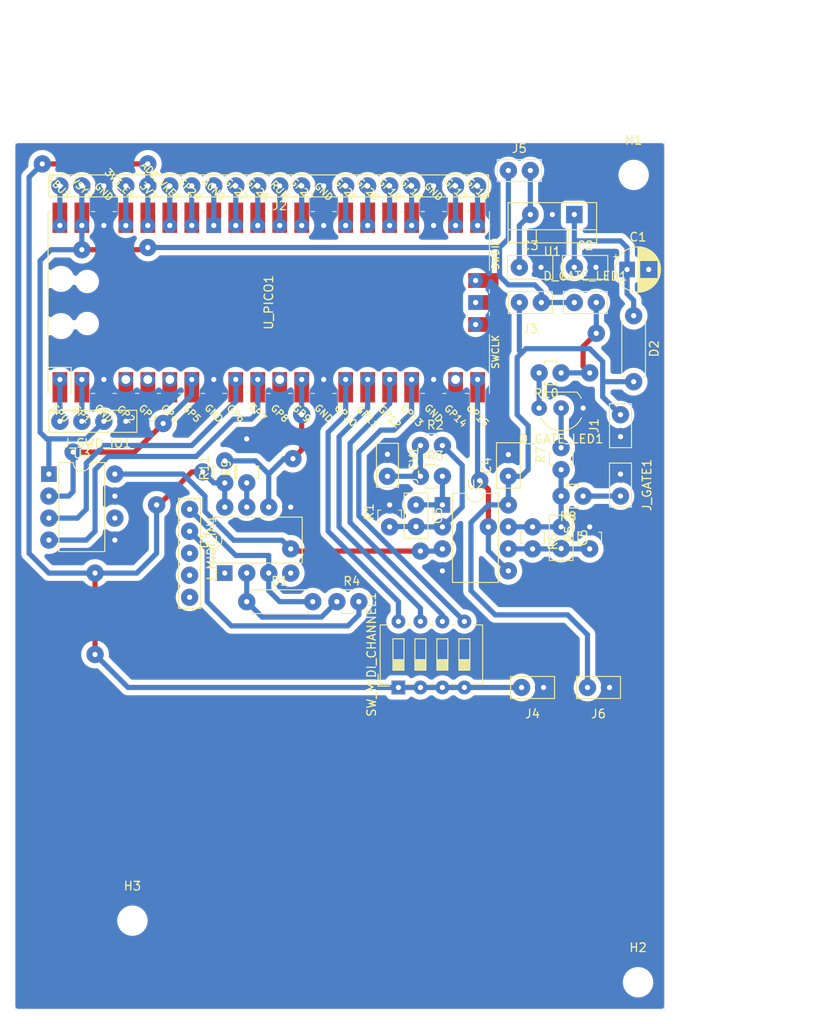
<source format=kicad_pcb>
(kicad_pcb (version 20221018) (generator pcbnew)
  (layers (0 "F.Cu" signal) (31 "B.Cu" signal) (34 "B.Paste" user) (35 "F.Paste" user) (36 "B.SilkS" user "B.Silkscreen") (37 "F.SilkS" user "F.Silkscreen") (38 "B.Mask" user) (39 "F.Mask" user) (44 "Edge.Cuts" user))
  (net 0 "")
  (net 1 "+12V")
  (net 2 "SWD_VSYS")
  (net 3 "Net-(C5-Pad2)")
  (net 4 "Net-(C5-Pad1)")
  (net 5 "Net-(C6-Pad1)")
  (net 6 "Net-(C6-Pad2)")
  (net 7 "Net-(D1-Pad2)")
  (net 8 "Net-(D1-Pad1)")
  (net 9 "Net-(D_GATE_LED1-Pad1)")
  (net 10 "Net-(J_MIDI_IN1-Pad1)")
  (net 11 "Net-(J_MIDI_IN1-Pad2)")
  (net 12 "Net-(J_MIDI_IN1-Pad3)")
  (net 13 "Net-(J_MIDI_IN1-Pad4)")
  (net 14 "UART_TX")
  (net 15 "UART_RX")
  (net 16 "Net-(Q_GATE_LED1-Pad2)")
  (net 17 "Net-(Q_GATE_LED1-Pad3)")
  (net 18 "Net-(R9-Pad1)")
  (net 19 "MIDI_IN")
  (net 20 "DAC_A")
  (net 21 "GATE_OUT")
  (net 22 "DAC_SDI")
  (net 23 "DAC_SCK")
  (net 24 "DAC_B")
  (net 25 "DAC_CS")
  (net 26 "Net-(U4-Pad1)")
  (net 27 "Net-(U4-Pad4)")
  (net 28 "Net-(U_PICO1-Pad4)")
  (net 29 "Net-(U_PICO1-Pad5)")
  (net 30 "Net-(U_PICO1-Pad6)")
  (net 31 "Net-(U_PICO1-Pad11)")
  (net 32 "Net-(U_PICO1-Pad19)")
  (net 33 "Net-(U_PICO1-Pad41)")
  (net 34 "Net-(U_PICO1-Pad42)")
  (net 35 "Net-(U_PICO1-Pad43)")
  (net 36 "Net-(J_CV1-Pad1)")
  (net 37 "Net-(J_GATE1-Pad1)")
  (net 38 "Net-(C1-Pad1)")
  (net 39 "MIDI_CH_3")
  (net 40 "MIDI_CH_2")
  (net 41 "MIDI_CH_1")
  (net 42 "MIDI_CH_0")
  (net 43 "PB_LO")
  (net 44 "Net-(J2-Pad1)")
  (net 45 "Net-(J2-Pad4)")
  (net 46 "PB_HI")
  (net 47 "Net-(J2-Pad6)")
  (net 48 "Net-(J2-Pad7)")
  (net 49 "Net-(J2-Pad8)")
  (net 50 "Net-(J2-Pad9)")
  (net 51 "PB_VAL")
  (net 52 "Net-(J2-Pad17)")
  (net 53 "Net-(J2-Pad16)")
  (net 54 "Net-(J2-Pad15)")
  (net 55 "Net-(J2-Pad14)")
  (net 56 "Net-(J2-Pad12)")
  (net 57 "Net-(J2-Pad11)")
  (net 58 "Net-(J2-Pad20)")
  (net 59 "Net-(J2-Pad19)")
  (net 60 "Net-(C3-Pad1)")
  (footprint "Zimo_Manual_PCB:DIP-8_W7.62mm" (layer "F.Cu") (at 103.886 78.232)
    (fp_text reference "U3")
    (fp_text value "MCP4822")
  )
  (footprint "Zimo_Manual_PCB:R_Axial_Vertical" (layer "F.Cu") (at 124.206 79.248 90)
    (fp_text reference "R11")
    (fp_text value "220")
  )
  (footprint "Zimo_Manual_PCB:DIP-8_W7.62mm" (layer "F.Cu") (at 124.206 89.662 90)
    (fp_text reference "U4")
    (fp_text value "6N138")
  )
  (footprint "Zimo_Manual_PCB:R_Axial_Vertical" (layer "F.Cu") (at 126.746 79.248 90)
    (fp_text reference "R9")
    (fp_text value "4.7k")
  )
  (footprint "Zimo_Manual_PCB:R_Axial_Vertical" (layer "F.Cu") (at 165.608 80.772 180)
    (fp_text reference "R8")
    (fp_text value "1k")
  )
  (footprint "Zimo_Manual_PCB:R_Axial_Vertical" (layer "F.Cu") (at 159.766 84.328 -90)
    (fp_text reference "R6")
    (fp_text value "51k")
  )
  (footprint "Zimo_Manual_PCB:R_Axial_Vertical" (layer "F.Cu") (at 166.37 86.868 90)
    (fp_text reference "R5")
    (fp_text value "100k")
  )
  (footprint "Zimo_Manual_PCB:R_Axial_Vertical" (layer "F.Cu") (at 137.16 92.964)
    (fp_text reference "R4")
    (fp_text value "220")
  )
  (footprint "MCU_RaspberryPi_and_Boards:RPi_Pico_SMD_TH" (layer "F.Cu") (at 129.286 58.42 90)
    (fp_text reference "U_PICO1")
    (fp_text value "Pico")
  )
  (footprint "Zimo_Manual_PCB:R_Axial_Vertical" (layer "F.Cu") (at 143.256 84.328 90)
    (fp_text reference "R1")
    (fp_text value "47k")
  )
  (footprint "Zimo_Manual_PCB:R_Axial_Vertical" (layer "F.Cu") (at 146.812 78.486)
    (fp_text reference "R3")
    (fp_text value "1k")
  )
  (footprint "Zimo_Manual_PCB:PinOut_01x04" (layer "F.Cu") (at 102.616 72.136)
    (fp_text reference "J_SWD_IO1")
    (fp_text value "UART Programming")
  )
  (footprint "Zimo_Manual_PCB:PinOut_01x05" (layer "F.Cu") (at 120.142 94.996 90)
    (fp_text reference "J_MIDI_IN1")
    (fp_text value "MIDI In")
  )
  (footprint "Zimo_Manual_PCB:NSL25_01x02_Vertical" (layer "F.Cu") (at 169.926 71.374 -90)
    (fp_text reference "J1")
    (fp_text value "Jack-DC (12-32V)")
  )
  (footprint "Zimo_Manual_PCB:D_Axial" (layer "F.Cu") (at 126.746 92.964)
    (fp_text reference "D1")
    (fp_text value "1N4148")
  )
  (footprint "Zimo_Manual_PCB:C_Disc_D5.0mm_W2.5mm_P2.50mm" (layer "F.Cu") (at 163.068 84.328 -90)
    (fp_text reference "C6")
    (fp_text value "22p")
  )
  (footprint "Zimo_Manual_PCB:C_Disc_D5.0mm_W2.5mm_P2.50mm" (layer "F.Cu") (at 146.304 81.788 -90)
    (fp_text reference "C5")
    (fp_text value "22p")
  )
  (footprint "Zimo_Manual_PCB:C_Disc_D5.0mm_W2.5mm_P2.50mm" (layer "F.Cu") (at 156.972 78.486 90)
    (fp_text reference "C4")
    (fp_text value "100n")
  )
  (footprint "Zimo_Manual_PCB:C_Disc_D5.0mm_W2.5mm_P2.50mm" (layer "F.Cu") (at 158.242 54.356)
    (fp_text reference "C3")
    (fp_text value "100n")
  )
  (footprint "Zimo_Manual_PCB:C_Disc_D5.0mm_W2.5mm_P2.50mm" (layer "F.Cu") (at 164.592 54.356)
    (fp_text reference "C2")
    (fp_text value "330n")
  )
  (footprint "Zimo_Manual_PCB:NSL25_01x02_Vertical" (layer "F.Cu") (at 143.002 78.486 90)
    (fp_text reference "J_CV1")
    (fp_text value "CV Out")
  )
  (footprint "Zimo_Manual_PCB:NSL25_01x02_Vertical" (layer "F.Cu") (at 169.926 80.772 90)
    (fp_text reference "J_GATE1")
    (fp_text value "Gate Out")
  )
  (footprint "Zimo_Manual_PCB:DIP-8_W7.62mm" (layer "F.Cu") (at 149.352 81.788)
    (fp_text reference "U2")
    (fp_text value "LM358")
  )
  (footprint "Package_TO_SOT_THT:TO-220-3_Vertical" (layer "F.Cu") (at 164.592 48.26 180)
    (fp_text reference "U1")
    (fp_text value "LM7805_TO220")
  )
  (footprint "Zimo_Manual_PCB:R_Axial_Vertical" (layer "F.Cu") (at 163.068 66.548 180)
    (fp_text reference "R10")
    (fp_text value "470")
  )
  (footprint "Zimo_Manual_PCB:R_Axial_Vertical" (layer "F.Cu") (at 163.068 77.724 90)
    (fp_text reference "R7")
    (fp_text value "10k")
  )
  (footprint "Zimo_Manual_PCB:NSL25_01x02_Vertical" (layer "F.Cu") (at 167.132 58.42 180)
    (fp_text reference "D_GATE_LED1")
    (fp_text value "LED")
  )
  (footprint "Zimo_Manual_PCB:TO-92_Inline_Wide" (layer "F.Cu") (at 165.608 70.612 180)
    (fp_text reference "Q_GATE_LED1")
    (fp_text value "2N3904")
  )
  (footprint "MountingHole:MountingHole_3mm" (layer "F.Cu") (at 171.45 43.688)
    (fp_text reference "H1")
    (fp_text value "MountingHole")
  )
  (footprint "MountingHole:MountingHole_3mm" (layer "F.Cu") (at 171.958 136.906)
    (fp_text reference "H2")
    (fp_text value "MountingHole")
  )
  (footprint "MountingHole:MountingHole_3mm" (layer "F.Cu") (at 113.538 129.794)
    (fp_text reference "H3")
    (fp_text value "MountingHole")
  )
  (footprint "Zimo_Manual_PCB:D_Axial" (layer "F.Cu") (at 171.45 59.944 -90)
    (fp_text reference "D2")
    (fp_text value "1N4001")
  )
  (footprint "Zimo_Manual_PCB:R_Axial_Vertical" (layer "F.Cu") (at 146.812 74.93)
    (fp_text reference "R2")
    (fp_text value "68k")
  )
  (footprint "Zimo_Manual_PCB:CP_Radial_D5.0mm_P2.50mm" (layer "F.Cu") (at 170.688 54.61)
    (fp_text reference "C1")
    (fp_text value "10u")
  )
  (footprint "Button_Switch_THT:SW_DIP_SPSTx04_Slide_6.7x11.72mm_W7.62mm_P2.54mm_LowProfile" (layer "F.Cu") (at 144.272 102.87 90)
    (fp_text reference "SW_MIDI_CHANNEL1")
    (fp_text value "SW_DIP_x04")
  )
  (footprint "Zimo_Manual_PCB:PinOut_01x20" (layer "F.Cu") (at 105.156 44.958)
    (fp_text reference "J2")
    (fp_text value "Conn_01x20_Male")
  )
  (footprint "Zimo_Manual_PCB:NSL25_01x02_Vertical" (layer "F.Cu") (at 158.242 58.42)
    (fp_text reference "J3")
    (fp_text value "Power 1")
  )
  (footprint "Zimo_Manual_PCB:NSL25_01x02_Vertical" (layer "F.Cu") (at 158.496 102.87)
    (fp_text reference "J4")
    (fp_text value "Power 2")
  )
  (footprint "Zimo_Manual_PCB:PinOut_01x02" (layer "F.Cu") (at 159.512 43.18 180)
    (fp_text reference "J5")
    (fp_text value "Power to MCU")
  )
  (footprint "Zimo_Manual_PCB:NSL25_01x02_Vertical" (layer "F.Cu") (at 166.116 102.87)
    (fp_text reference "J6")
    (fp_text value "MIDI Keyboard Power")
  )
  (gr_line (start 100 140) (end 100 40) (stroke (width 0.05)) (layer "Edge.Cuts"))
  (gr_line (start 100 40) (end 175 40) (stroke (width 0.05)) (layer "Edge.Cuts"))
  (gr_line (start 175 140) (end 100 140) (stroke (width 0.05)) (layer "Edge.Cuts"))
  (gr_line (start 175 40) (end 175 140) (stroke (width 0.05)) (layer "Edge.Cuts"))
  (segment (start 155.448 94.488) (end 163.83 94.488) (width 0.6) (layer "B.Cu") (net 1))
  (segment (start 156.972 78.486) (end 158.496 78.486) (width 0.6) (layer "B.Cu") (net 1))
  (segment (start 158.242 64.008) (end 158.496 64.262) (width 0.6) (layer "B.Cu") (net 1))
  (segment (start 166.37 63.754) (end 167.870001 65.254001) (width 0.6) (layer "B.Cu") (net 1))
  (segment (start 158.242 58.42) (end 158.242 64.008) (width 0.6) (layer "B.Cu") (net 1))
  (segment (start 167.870001 67.587999) (end 167.870001 69.318001) (width 0.6) (layer "B.Cu") (net 1))
  (segment (start 159.004 63.754) (end 166.37 63.754) (width 0.6) (layer "B.Cu") (net 1))
  (segment (start 167.894 67.564) (end 167.870001 67.587999) (width 0.6) (layer "B.Cu") (net 1))
  (segment (start 166.116 96.774) (end 166.116 102.87) (width 0.6) (layer "B.Cu") (net 1))
  (segment (start 156.972 81.788) (end 156.972 78.486) (width 0.6) (layer "B.Cu") (net 1))
  (segment (start 159.258 72.644) (end 157.988 71.374) (width 0.6) (layer "B.Cu") (net 1))
  (segment (start 159.258 77.724) (end 159.258 72.644) (width 0.6) (layer "B.Cu") (net 1))
  (segment (start 154.686 81.788) (end 152.654 83.82) (width 0.6) (layer "B.Cu") (net 1))
  (segment (start 157.988 64.77) (end 158.496 64.262) (width 0.6) (layer "B.Cu") (net 1))
  (segment (start 152.654 83.82) (end 152.654 91.694) (width 0.6) (layer "B.Cu") (net 1))
  (segment (start 163.83 94.488) (end 166.116 96.774) (width 0.6) (layer "B.Cu") (net 1))
  (segment (start 152.654 91.694) (end 155.448 94.488) (width 0.6) (layer "B.Cu") (net 1))
  (segment (start 167.870001 65.254001) (end 167.870001 67.587999) (width 0.6) (layer "B.Cu") (net 1))
  (segment (start 158.496 78.486) (end 159.258 77.724) (width 0.6) (layer "B.Cu") (net 1))
  (segment (start 158.496 64.262) (end 159.004 63.754) (width 0.6) (layer "B.Cu") (net 1))
  (segment (start 167.870001 69.318001) (end 169.926 71.374) (width 0.6) (layer "B.Cu") (net 1))
  (segment (start 157.988 71.374) (end 157.988 64.77) (width 0.6) (layer "B.Cu") (net 1))
  (segment (start 171.45 67.564) (end 167.894 67.564) (width 0.6) (layer "B.Cu") (net 1))
  (segment (start 156.972 81.788) (end 154.686 81.788) (width 0.6) (layer "B.Cu") (net 1))
  (segment (start 107.696 52.324) (end 115.062 52.324) (width 0.6) (layer "F.Cu") (net 2))
  (segment (start 115.062 52.324) (end 115.316 52.07) (width 0.6) (layer "F.Cu") (net 2))
  (via (at 107.696 52.324) (size 2) (drill 0.6) (layers "F.Cu" "B.Cu") (net 2))
  (via (at 115.316 52.07) (size 2) (drill 0.6) (layers "F.Cu" "B.Cu") (net 2))
  (segment (start 103.886 74.168) (end 103.632 74.168) (width 0.6) (layer "B.Cu") (net 2))
  (segment (start 104.14 52.324) (end 102.87 53.594) (width 0.6) (layer "B.Cu") (net 2))
  (segment (start 115.316 52.07) (end 155.956 52.07) (width 0.6) (layer "B.Cu") (net 2))
  (segment (start 155.956 55.372) (end 156.972 56.388) (width 0.6) (layer "B.Cu") (net 2))
  (segment (start 107.696 49.53) (end 107.696 52.324) (width 0.6) (layer "B.Cu") (net 2))
  (segment (start 160.02 56.388) (end 160.782 57.15) (width 0.6) (layer "B.Cu") (net 2))
  (segment (start 103.886 78.232) (end 103.886 74.168) (width 0.6) (layer "B.Cu") (net 2))
  (segment (start 160.782 58.42) (end 164.592 58.42) (width 0.6) (layer "B.Cu") (net 2))
  (segment (start 103.632 74.168) (end 102.87 73.406) (width 0.6) (layer "B.Cu") (net 2))
  (segment (start 156.972 51.054) (end 155.956 52.07) (width 0.6) (layer "B.Cu") (net 2))
  (segment (start 108.204 74.168) (end 110.236 72.136) (width 0.6) (layer "B.Cu") (net 2))
  (segment (start 156.972 56.388) (end 160.02 56.388) (width 0.6) (layer "B.Cu") (net 2))
  (segment (start 102.87 73.406) (end 102.87 53.594) (width 0.6) (layer "B.Cu") (net 2))
  (segment (start 160.782 57.15) (end 160.782 58.42) (width 0.6) (layer "B.Cu") (net 2))
  (segment (start 107.696 52.324) (end 104.14 52.324) (width 0.6) (layer "B.Cu") (net 2))
  (segment (start 103.886 74.168) (end 108.204 74.168) (width 0.6) (layer "B.Cu") (net 2))
  (segment (start 155.956 52.07) (end 155.956 55.372) (width 0.6) (layer "B.Cu") (net 2))
  (segment (start 107.696 49.53) (end 107.696 44.958) (width 0.6) (layer "B.Cu") (net 2))
  (segment (start 156.972 43.18) (end 156.972 51.054) (width 0.6) (layer "B.Cu") (net 2))
  (segment (start 146.344 84.328) (end 146.304 84.288) (width 0.6) (layer "B.Cu") (net 3))
  (segment (start 149.352 84.328) (end 146.344 84.328) (width 0.6) (layer "B.Cu") (net 3))
  (segment (start 146.304 84.288) (end 143.296 84.288) (width 0.6) (layer "B.Cu") (net 3))
  (segment (start 151.638 77.216) (end 149.352 74.93) (width 0.6) (layer "B.Cu") (net 3))
  (segment (start 151.638 82.042) (end 151.638 77.216) (width 0.6) (layer "B.Cu") (net 3))
  (segment (start 143.296 84.288) (end 143.256 84.328) (width 0.6) (layer "B.Cu") (net 3))
  (segment (start 149.352 84.328) (end 151.638 82.042) (width 0.6) (layer "B.Cu") (net 3))
  (segment (start 143.296 84.328) (end 143.256 84.288) (width 0.6) (layer "B.Cu") (net 3))
  (segment (start 149.352 81.788) (end 149.352 78.486) (width 0.6) (layer "B.Cu") (net 4))
  (segment (start 149.352 81.788) (end 146.304 81.788) (width 0.6) (layer "B.Cu") (net 4))
  (segment (start 163.068 80.772) (end 163.068 84.328) (width 0.6) (layer "B.Cu") (net 5))
  (segment (start 163.068 77.724) (end 163.068 80.772) (width 0.6) (layer "B.Cu") (net 5))
  (segment (start 163.068 84.328) (end 159.766 84.328) (width 0.6) (layer "B.Cu") (net 5))
  (segment (start 159.766 84.328) (end 156.972 84.328) (width 0.6) (layer "B.Cu") (net 5))
  (segment (start 163.028 86.868) (end 163.068 86.828) (width 0.6) (layer "B.Cu") (net 6))
  (segment (start 166.37 86.868) (end 163.108 86.868) (width 0.6) (layer "B.Cu") (net 6))
  (segment (start 163.108 86.868) (end 163.068 86.828) (width 0.6) (layer "B.Cu") (net 6))
  (segment (start 159.766 86.868) (end 163.028 86.868) (width 0.6) (layer "B.Cu") (net 6))
  (segment (start 156.972 86.868) (end 159.766 86.868) (width 0.6) (layer "B.Cu") (net 6))
  (segment (start 125.476 87.63) (end 129.286 87.63) (width 0.6) (layer "B.Cu") (net 7))
  (segment (start 129.286 87.63) (end 129.286 89.662) (width 0.6) (layer "B.Cu") (net 7))
  (segment (start 120.142 82.296) (end 125.476 87.63) (width 0.6) (layer "B.Cu") (net 7))
  (segment (start 130.556 92.964) (end 129.286 91.694) (width 0.6) (layer "B.Cu") (net 7))
  (segment (start 129.286 91.694) (end 129.286 89.662) (width 0.6) (layer "B.Cu") (net 7))
  (segment (start 134.366 92.964) (end 130.556 92.964) (width 0.6) (layer "B.Cu") (net 7))
  (segment (start 126.746 92.964) (end 128.524 94.742) (width 0.6) (layer "B.Cu") (net 8))
  (segment (start 135.382 94.742) (end 137.16 92.964) (width 0.6) (layer "B.Cu") (net 8))
  (segment (start 126.746 92.964) (end 126.746 89.662) (width 0.6) (layer "B.Cu") (net 8))
  (segment (start 128.524 94.742) (end 135.382 94.742) (width 0.6) (layer "B.Cu") (net 8))
  (segment (start 165.608 63.5) (end 165.608 65.786) (width 0.6) (layer "F.Cu") (net 9))
  (segment (start 165.608 65.786) (end 166.37 66.548) (width 0.6) (layer "F.Cu") (net 9))
  (segment (start 167.132 61.976) (end 165.608 63.5) (width 0.6) (layer "F.Cu") (net 9))
  (via (at 167.132 61.976) (size 2) (drill 0.6) (layers "F.Cu" "B.Cu") (net 9))
  (via (at 166.37 66.548) (size 2) (drill 0.6) (layers "F.Cu" "B.Cu") (net 9))
  (segment (start 166.37 66.548) (end 163.068 66.548) (width 0.6) (layer "B.Cu") (net 9))
  (segment (start 167.132 58.42) (end 167.132 61.976) (width 0.6) (layer "B.Cu") (net 9))
  (segment (start 124.968 95.758) (end 138.43 95.758) (width 0.6) (layer "B.Cu") (net 13))
  (segment (start 122.174 92.964) (end 124.968 95.758) (width 0.6) (layer "B.Cu") (net 13))
  (segment (start 139.7 94.488) (end 139.7 92.964) (width 0.6) (layer "B.Cu") (net 13))
  (segment (start 138.43 95.758) (end 139.7 94.488) (width 0.6) (layer "B.Cu") (net 13))
  (segment (start 122.174 86.868) (end 122.174 92.964) (width 0.6) (layer "B.Cu") (net 13))
  (segment (start 120.142 84.836) (end 122.174 86.868) (width 0.6) (layer "B.Cu") (net 13))
  (segment (start 105.156 72.136) (end 105.156 67.31) (width 0.6) (layer "B.Cu") (net 14))
  (segment (start 107.696 72.136) (end 107.696 67.31) (width 0.6) (layer "B.Cu") (net 15))
  (segment (start 163.068 75.184) (end 163.068 70.612) (width 0.6) (layer "B.Cu") (net 16))
  (segment (start 160.528 70.612) (end 160.528 66.548) (width 0.6) (layer "B.Cu") (net 17))
  (segment (start 126.746 82.042) (end 126.746 79.248) (width 0.6) (layer "B.Cu") (net 18))
  (segment (start 133.096 71.374) (end 133.096 75.438004) (width 0.6) (layer "F.Cu") (net 19))
  (segment (start 133.096 75.438004) (end 132.08 76.454004) (width 0.6) (layer "F.Cu") (net 19))
  (via (at 133.096 71.374) (size 2) (drill 0.6) (layers "F.Cu" "B.Cu") (net 19))
  (via (at 132.08 76.454004) (size 2) (drill 0.6) (layers "F.Cu" "B.Cu") (net 19))
  (segment (start 131.063996 76.454004) (end 132.08 76.454004) (width 0.6) (layer "B.Cu") (net 19))
  (segment (start 124.206 76.708) (end 127.762 76.708) (width 0.6) (layer "B.Cu") (net 19))
  (segment (start 129.286 78.232) (end 131.063996 76.454004) (width 0.6) (layer "B.Cu") (net 19))
  (segment (start 133.096 67.31) (end 133.096 71.374) (width 0.6) (layer "B.Cu") (net 19))
  (segment (start 129.286 78.232) (end 129.286 82.042) (width 0.6) (layer "B.Cu") (net 19))
  (segment (start 127.762 76.708) (end 129.286 78.232) (width 0.6) (layer "B.Cu") (net 19))
  (segment (start 132.08 87.122) (end 131.826 86.868) (width 0.6) (layer "F.Cu") (net 20))
  (segment (start 146.812 87.122) (end 132.08 87.122) (width 0.6) (layer "F.Cu") (net 20))
  (via (at 131.826 86.868) (size 2) (drill 0.6) (layers "F.Cu" "B.Cu") (net 20))
  (via (at 146.812 87.122) (size 2) (drill 0.6) (layers "F.Cu" "B.Cu") (net 20))
  (segment (start 130.826001 85.868001) (end 131.826 86.868) (width 0.6) (layer "B.Cu") (net 20))
  (segment (start 119.38 78.232) (end 121.92 80.772) (width 0.6) (layer "B.Cu") (net 20))
  (segment (start 125.238001 85.868001) (end 130.826001 85.868001) (width 0.6) (layer "B.Cu") (net 20))
  (segment (start 121.92 82.55) (end 125.238001 85.868001) (width 0.6) (layer "B.Cu") (net 20))
  (segment (start 146.812 87.122) (end 149.098 87.122) (width 0.6) (layer "B.Cu") (net 20))
  (segment (start 149.098 87.122) (end 149.352 86.868) (width 0.6) (layer "B.Cu") (net 20))
  (segment (start 111.506 78.232) (end 119.38 78.232) (width 0.6) (layer "B.Cu") (net 20))
  (segment (start 121.92 80.772) (end 121.92 82.55) (width 0.6) (layer "B.Cu") (net 20))
  (segment (start 154.662 79.985998) (end 153.670002 78.994) (width 0.6) (layer "F.Cu") (net 21))
  (segment (start 154.662 84.328) (end 154.662 79.985998) (width 0.6) (layer "F.Cu") (net 21))
  (via (at 153.670002 78.994) (size 2) (drill 0.6) (layers "F.Cu" "B.Cu") (net 21))
  (via (at 154.662 84.328) (size 2) (drill 0.6) (layers "F.Cu" "B.Cu") (net 21))
  (segment (start 156.972 89.408) (end 154.662 87.098) (width 0.6) (layer "B.Cu") (net 21))
  (segment (start 153.416 67.31) (end 153.416 78.739998) (width 0.6) (layer "B.Cu") (net 21))
  (segment (start 153.416 78.739998) (end 153.670002 78.994) (width 0.6) (layer "B.Cu") (net 21))
  (segment (start 154.662 87.098) (end 154.662 84.328) (width 0.6) (layer "B.Cu") (net 21))
  (segment (start 103.886 85.852) (end 108.204 85.852) (width 0.6) (layer "B.Cu") (net 22))
  (segment (start 120.904 76.2) (end 125.222 71.882) (width 0.6) (layer "B.Cu") (net 22))
  (segment (start 125.222 71.882) (end 127.254 71.882) (width 0.6) (layer "B.Cu") (net 22))
  (segment (start 128.016 71.12) (end 128.016 67.31) (width 0.6) (layer "B.Cu") (net 22))
  (segment (start 127.254 71.882) (end 128.016 71.12) (width 0.6) (layer "B.Cu") (net 22))
  (segment (start 109.22 77.724) (end 110.744 76.2) (width 0.6) (layer "B.Cu") (net 22))
  (segment (start 108.204 85.852) (end 109.22 84.836) (width 0.6) (layer "B.Cu") (net 22))
  (segment (start 110.744 76.2) (end 120.904 76.2) (width 0.6) (layer "B.Cu") (net 22))
  (segment (start 109.22 84.836) (end 109.22 77.724) (width 0.6) (layer "B.Cu") (net 22))
  (segment (start 108.204 76.962) (end 110.236 74.93) (width 0.6) (layer "B.Cu") (net 23))
  (segment (start 108.204 82.296) (end 108.204 76.962) (width 0.6) (layer "B.Cu") (net 23))
  (segment (start 120.396 74.93) (end 125.476 69.85) (width 0.6) (layer "B.Cu") (net 23))
  (segment (start 125.476 69.85) (end 125.476 67.31) (width 0.6) (layer "B.Cu") (net 23))
  (segment (start 110.236 74.93) (end 120.396 74.93) (width 0.6) (layer "B.Cu") (net 23))
  (segment (start 107.188 83.312) (end 108.204 82.296) (width 0.6) (layer "B.Cu") (net 23))
  (segment (start 103.886 83.312) (end 107.188 83.312) (width 0.6) (layer "B.Cu") (net 23))
  (segment (start 113.792 75.692) (end 117.094 72.39) (width 0.6) (layer "F.Cu") (net 25))
  (segment (start 106.68 75.692) (end 113.792 75.692) (width 0.6) (layer "F.Cu") (net 25))
  (via (at 106.68 75.692) (size 2) (drill 0.6) (layers "F.Cu" "B.Cu") (net 25))
  (via (at 117.094 72.39) (size 2) (drill 0.6) (layers "F.Cu" "B.Cu") (net 25))
  (segment (start 120.396 69.088) (end 120.396 67.31) (width 0.6) (layer "B.Cu") (net 25))
  (segment (start 106.172 80.772) (end 106.68 80.264) (width 0.6) (layer "B.Cu") (net 25))
  (segment (start 117.094 72.39) (end 120.396 69.088) (width 0.6) (layer "B.Cu") (net 25))
  (segment (start 103.886 80.772) (end 106.172 80.772) (width 0.6) (layer "B.Cu") (net 25))
  (segment (start 106.68 80.264) (end 106.68 75.692) (width 0.6) (layer "B.Cu") (net 25))
  (segment (start 146.812 78.486) (end 143.002 78.486) (width 0.6) (layer "B.Cu") (net 36))
  (segment (start 146.812 78.486) (end 146.812 74.93) (width 0.6) (layer "B.Cu") (net 36))
  (segment (start 165.608 80.772) (end 169.926 80.772) (width 0.6) (layer "B.Cu") (net 37))
  (segment (start 170.688 54.61) (end 170.688 52.07) (width 0.6) (layer "B.Cu") (net 38))
  (segment (start 169.926 51.308) (end 164.592 51.308) (width 0.6) (layer "B.Cu") (net 38))
  (segment (start 171.45 59.944) (end 171.45 58.166) (width 0.6) (layer "B.Cu") (net 38))
  (segment (start 170.688 57.404) (end 170.688 54.61) (width 0.6) (layer "B.Cu") (net 38))
  (segment (start 164.592 51.308) (end 164.592 48.26) (width 0.6) (layer "B.Cu") (net 38))
  (segment (start 170.688 52.07) (end 169.926 51.308) (width 0.6) (layer "B.Cu") (net 38))
  (segment (start 164.592 54.356) (end 164.592 51.308) (width 0.6) (layer "B.Cu") (net 38))
  (segment (start 171.45 58.166) (end 170.688 57.404) (width 0.6) (layer "B.Cu") (net 38))
  (segment (start 142.24 73.152) (end 143.764 73.152) (width 0.6) (layer "B.Cu") (net 39))
  (segment (start 151.892 95.25) (end 139.7 83.058) (width 0.6) (layer "B.Cu") (net 39))
  (segment (start 145.796 71.12) (end 145.796 67.31) (width 0.6) (layer "B.Cu") (net 39))
  (segment (start 143.764 73.152) (end 145.796 71.12) (width 0.6) (layer "B.Cu") (net 39))
  (segment (start 139.7 83.058) (end 139.7 75.692) (width 0.6) (layer "B.Cu") (net 39))
  (segment (start 139.7 75.692) (end 142.24 73.152) (width 0.6) (layer "B.Cu") (net 39))
  (segment (start 149.352 95.25) (end 149.352 94.488) (width 0.6) (layer "B.Cu") (net 40))
  (segment (start 143.256 70.104) (end 143.256 67.31) (width 0.6) (layer "B.Cu") (net 40))
  (segment (start 138.684 74.676) (end 143.256 70.104) (width 0.6) (layer "B.Cu") (net 40))
  (segment (start 138.684 83.82) (end 138.684 74.676) (width 0.6) (layer "B.Cu") (net 40))
  (segment (start 149.352 94.488) (end 138.684 83.82) (width 0.6) (layer "B.Cu") (net 40))
  (segment (start 140.716 70.612) (end 140.716 67.31) (width 0.6) (layer "B.Cu") (net 41))
  (segment (start 146.812 95.25) (end 146.812 93.726) (width 0.6) (layer "B.Cu") (net 41))
  (segment (start 137.414 73.914) (end 140.716 70.612) (width 0.6) (layer "B.Cu") (net 41))
  (segment (start 146.812 93.726) (end 137.414 84.328) (width 0.6) (layer "B.Cu") (net 41))
  (segment (start 137.414 84.328) (end 137.414 73.914) (width 0.6) (layer "B.Cu") (net 41))
  (segment (start 138.176 71.374) (end 138.176 67.31) (width 0.6) (layer "B.Cu") (net 42))
  (segment (start 144.272 92.964) (end 136.144 84.836) (width 0.6) (layer "B.Cu") (net 42))
  (segment (start 136.144 84.836) (end 136.144 73.406) (width 0.6) (layer "B.Cu") (net 42))
  (segment (start 136.144 73.406) (end 138.176 71.374) (width 0.6) (layer "B.Cu") (net 42))
  (segment (start 144.272 95.25) (end 144.272 92.964) (width 0.6) (layer "B.Cu") (net 42))
  (segment (start 105.156 49.53) (end 105.156 44.958) (width 0.6) (layer "B.Cu") (net 44))
  (segment (start 112.776 49.53) (end 112.776 44.958) (width 0.6) (layer "B.Cu") (net 45))
  (segment (start 109.22 99.06) (end 109.22 89.662) (width 0.6) (layer "F.Cu") (net 46))
  (segment (start 103.124 42.418) (end 115.316 42.418) (width 0.6) (layer "F.Cu") (net 46))
  (segment (start 121.666 77.978) (end 120.396 77.978) (width 0.6) (layer "F.Cu") (net 46))
  (segment (start 120.396 77.978) (end 116.585996 81.788004) (width 0.6) (layer "F.Cu") (net 46))
  (segment (start 116.585996 81.788004) (end 116.332004 81.788004) (width 0.6) (layer "F.Cu") (net 46))
  (via (at 103.124 42.418) (size 2) (drill 0.6) (layers "F.Cu" "B.Cu") (net 46))
  (via (at 115.316 42.418) (size 2) (drill 0.6) (layers "F.Cu" "B.Cu") (net 46))
  (via (at 121.666 77.978) (size 2) (drill 0.6) (layers "F.Cu" "B.Cu") (net 46))
  (via (at 109.22 99.06) (size 2) (drill 0.6) (layers "F.Cu" "B.Cu") (net 46))
  (via (at 116.332004 81.788004) (size 2) (drill 0.6) (layers "F.Cu" "B.Cu") (net 46))
  (via (at 109.22 89.662) (size 2) (drill 0.6) (layers "F.Cu" "B.Cu") (net 46))
  (segment (start 122.936 79.248) (end 121.666 77.978) (width 0.6) (layer "B.Cu") (net 46))
  (segment (start 103.886 89.662) (end 109.22 89.662) (width 0.6) (layer "B.Cu") (net 46))
  (segment (start 149.352 102.87) (end 151.892 102.87) (width 0.6) (layer "B.Cu") (net 46))
  (segment (start 116.332004 87.375996) (end 116.332004 81.788004) (width 0.6) (layer "B.Cu") (net 46))
  (segment (start 101.6 87.376) (end 103.886 89.662) (width 0.6) (layer "B.Cu") (net 46))
  (segment (start 151.892 102.87) (end 158.496 102.87) (width 0.6) (layer "B.Cu") (net 46))
  (segment (start 124.206 79.248) (end 122.936 79.248) (width 0.6) (layer "B.Cu") (net 46))
  (segment (start 144.272 102.87) (end 113.03 102.87) (width 0.6) (layer "B.Cu") (net 46))
  (segment (start 144.272 102.87) (end 146.812 102.87) (width 0.6) (layer "B.Cu") (net 46))
  (segment (start 113.03 102.87) (end 109.22 99.06) (width 0.6) (layer "B.Cu") (net 46))
  (segment (start 146.812 102.87) (end 149.352 102.87) (width 0.6) (layer "B.Cu") (net 46))
  (segment (start 115.316 42.418) (end 115.316 44.958) (width 0.6) (layer "B.Cu") (net 46))
  (segment (start 109.22 89.662) (end 114.046 89.662) (width 0.6) (layer "B.Cu") (net 46))
  (segment (start 124.206 82.042) (end 124.206 79.248) (width 0.6) (layer "B.Cu") (net 46))
  (segment (start 101.6 43.942) (end 103.124 42.418) (width 0.6) (layer "B.Cu") (net 46))
  (segment (start 101.6 48.514) (end 101.6 43.942) (width 0.6) (layer "B.Cu") (net 46))
  (segment (start 114.046 89.662) (end 116.332004 87.375996) (width 0.6) (layer "B.Cu") (net 46))
  (segment (start 101.6 48.514) (end 101.6 87.376) (width 0.6) (layer "B.Cu") (net 46))
  (segment (start 115.316 44.958) (end 115.316 49.53) (width 0.6) (layer "B.Cu") (net 46))
  (segment (start 117.856 49.53) (end 117.856 44.958) (width 0.6) (layer "B.Cu") (net 47))
  (segment (start 120.396 49.53) (end 120.396 44.958) (width 0.6) (layer "B.Cu") (net 48))
  (segment (start 122.936 49.53) (end 122.936 44.958) (width 0.6) (layer "B.Cu") (net 49))
  (segment (start 125.476 49.53) (end 125.476 44.958) (width 0.6) (layer "B.Cu") (net 50))
  (segment (start 128.016 49.53) (end 128.016 44.958) (width 0.6) (layer "B.Cu") (net 51))
  (segment (start 145.796 49.53) (end 145.796 44.958) (width 0.6) (layer "B.Cu") (net 52))
  (segment (start 143.256 49.53) (end 143.256 44.958) (width 0.6) (layer "B.Cu") (net 53))
  (segment (start 140.716 49.53) (end 140.716 44.958) (width 0.6) (layer "B.Cu") (net 54))
  (segment (start 138.176 49.53) (end 138.176 44.958) (width 0.6) (layer "B.Cu") (net 55))
  (segment (start 133.096 49.53) (end 133.096 44.958) (width 0.6) (layer "B.Cu") (net 56))
  (segment (start 130.556 49.53) (end 130.556 44.958) (width 0.6) (layer "B.Cu") (net 57))
  (segment (start 153.416 49.53) (end 153.416 44.958) (width 0.6) (layer "B.Cu") (net 58))
  (segment (start 150.876 49.53) (end 150.876 44.958) (width 0.6) (layer "B.Cu") (net 59))
  (segment (start 158.242 54.356) (end 158.242 49.53) (width 0.6) (layer "B.Cu") (net 60))
  (segment (start 159.512 48.26) (end 159.512 43.18) (width 0.6) (layer "B.Cu") (net 60))
  (segment (start 158.242 49.53) (end 159.512 48.26) (width 0.6) (layer "B.Cu") (net 60))
  (zone (net 43) (net_name "PB_LO") (layer "B.Cu") (connect_pads yes (clearance 0.6)) (min_thickness 0.6) (fill yes (thermal_gap 0.61) (thermal_bridge_width 0.61))
    (polygon (pts (xy 175 140) (xy 100 140) (xy 100 40) (xy 175 40)))
  )
)
</source>
